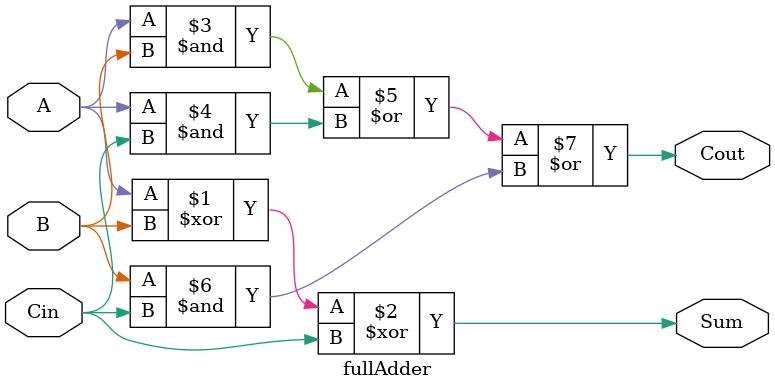
<source format=v>
`timescale 1ns / 1ps
module fullAdder(
    input A, B, Cin,
    output Sum, Cout
    );
	 assign Sum = A^B^Cin;
	 assign Cout = (A&B)|(A&Cin)|(B&Cin);


endmodule

</source>
